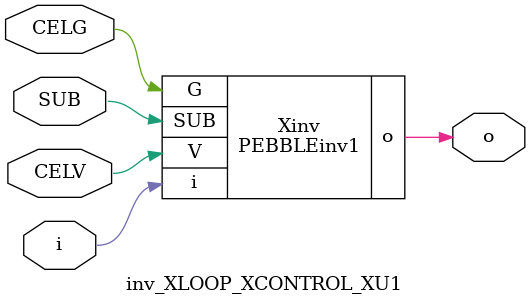
<source format=v>



module PEBBLEinv1 ( o, G, SUB, V, i );

  input V;
  input i;
  input G;
  output o;
  input SUB;
endmodule

//Celera Confidential Do Not Copy inv_XLOOP_XCONTROL_XU1
//Celera Confidential Symbol Generator
//5V Inverter
module inv_XLOOP_XCONTROL_XU1 (CELV,CELG,i,o,SUB);
input CELV;
input CELG;
input i;
input SUB;
output o;

//Celera Confidential Do Not Copy inv
PEBBLEinv1 Xinv(
.V (CELV),
.i (i),
.o (o),
.SUB (SUB),
.G (CELG)
);
//,diesize,PEBBLEinv1

//Celera Confidential Do Not Copy Module End
//Celera Schematic Generator
endmodule

</source>
